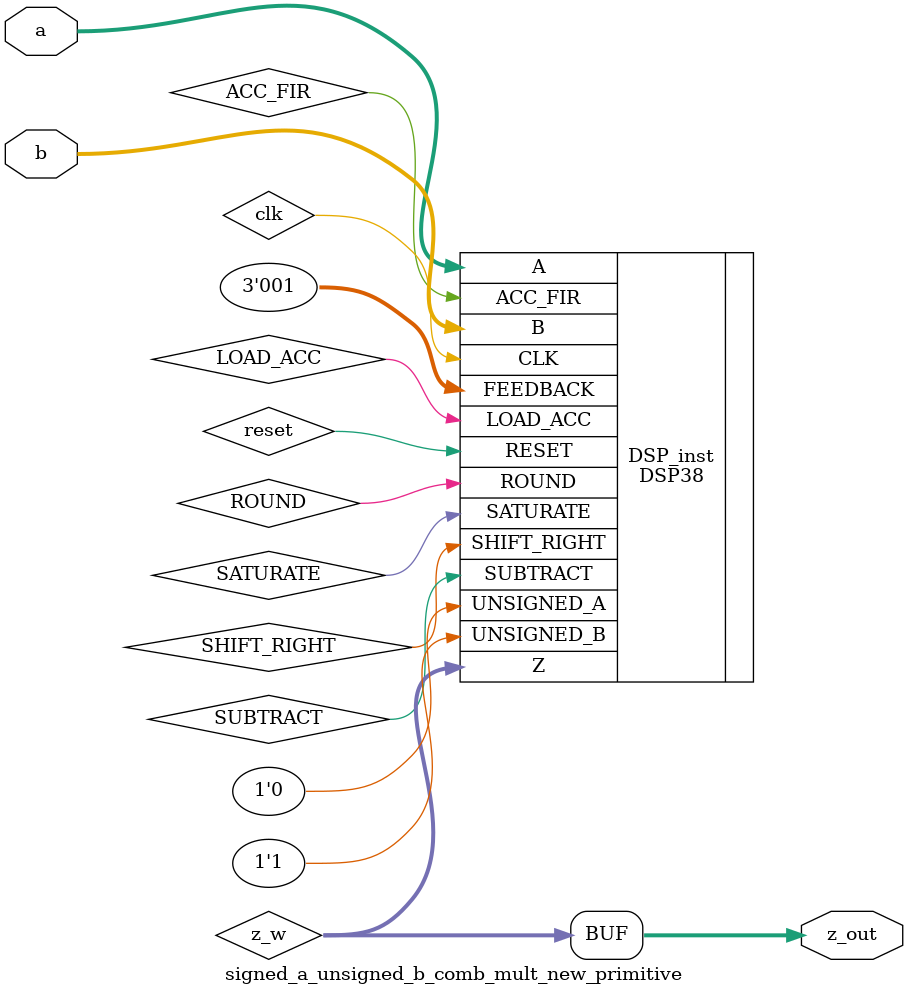
<source format=v>
module signed_a_unsigned_b_comb_mult_new_primitive (
	input  wire [19:0] a,
    input  wire [17:0] b,
    output wire [37:0] z_out
    );

    parameter [79:0] MODE_BITS = 80'd0;
    
    wire [37:0] z_w;

DSP38 #(
  .DSP_MODE("MULTIPLY"), // DSp arithmetic mode (MULTIPLY/MULTIPLY_ADD_SUB/MULTIPLY_ACCUMULATE)
  .COEFF_0(20'h00000), // 20-bit A input coefficient 0
  .COEFF_1(20'h00000), // 20-bit A input coefficient 1
  .COEFF_2(20'h00000), // 20-bit A input coefficient 2
  .COEFF_3(20'h00000), // 20-bit A input coefficient 3
  .OUTPUT_REG_EN("FALSE"), // Enable output register (TRUE/FALSE)
  .INPUT_REG_EN("FALSE") // Enable input register (TRUE/FALSE)
) DSP_inst(
  .A(a), // 20-bit data input for multipluier or accumulator loading
  .B(b), // 18-bit data input for multiplication
  .ACC_FIR(ACC_FIR), // 6-bit left shift A input
  .Z(z_w), // 38-bit data output
  .CLK(clk), // Clock
  .RESET(reset), // None
  .FEEDBACK(3'd1), // 3-bit feedback input selects coefficient
  .LOAD_ACC(LOAD_ACC), // Load accumulator input
  .SATURATE(SATURATE), // Saturate enable
  .SHIFT_RIGHT(SHIFT_RIGHT), // 6-bit Shift right
  .ROUND(ROUND), // Round
  .SUBTRACT(SUBTRACT), // Add or subtract
  .UNSIGNED_A (1'b0), // Selects signed or unsigned data for A input
  .UNSIGNED_B (1'b1) 
);

    assign z_out = z_w;

endmodule




</source>
